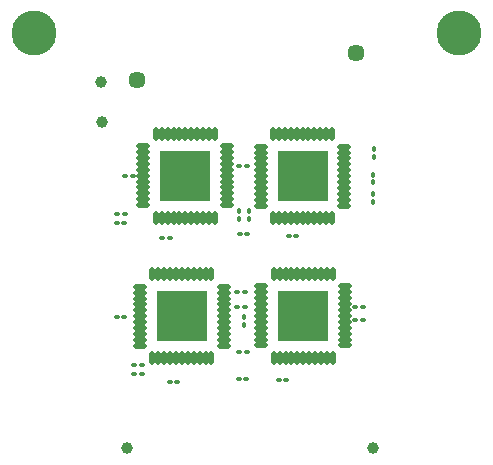
<source format=gbr>
G04 #@! TF.GenerationSoftware,KiCad,Pcbnew,9.0.5*
G04 #@! TF.CreationDate,2025-10-24T14:39:18-07:00*
G04 #@! TF.ProjectId,iris-128b,69726973-2d31-4323-9862-2e6b69636164,rev?*
G04 #@! TF.SameCoordinates,Original*
G04 #@! TF.FileFunction,Soldermask,Bot*
G04 #@! TF.FilePolarity,Negative*
%FSLAX46Y46*%
G04 Gerber Fmt 4.6, Leading zero omitted, Abs format (unit mm)*
G04 Created by KiCad (PCBNEW 9.0.5) date 2025-10-24 14:39:18*
%MOMM*%
%LPD*%
G01*
G04 APERTURE LIST*
G04 Aperture macros list*
%AMRoundRect*
0 Rectangle with rounded corners*
0 $1 Rounding radius*
0 $2 $3 $4 $5 $6 $7 $8 $9 X,Y pos of 4 corners*
0 Add a 4 corners polygon primitive as box body*
4,1,4,$2,$3,$4,$5,$6,$7,$8,$9,$2,$3,0*
0 Add four circle primitives for the rounded corners*
1,1,$1+$1,$2,$3*
1,1,$1+$1,$4,$5*
1,1,$1+$1,$6,$7*
1,1,$1+$1,$8,$9*
0 Add four rect primitives between the rounded corners*
20,1,$1+$1,$2,$3,$4,$5,0*
20,1,$1+$1,$4,$5,$6,$7,0*
20,1,$1+$1,$6,$7,$8,$9,0*
20,1,$1+$1,$8,$9,$2,$3,0*%
G04 Aperture macros list end*
%ADD10C,3.800000*%
%ADD11C,1.000000*%
%ADD12C,1.450000*%
%ADD13RoundRect,0.100000X0.130000X0.100000X-0.130000X0.100000X-0.130000X-0.100000X0.130000X-0.100000X0*%
%ADD14RoundRect,0.100000X0.100000X-0.130000X0.100000X0.130000X-0.100000X0.130000X-0.100000X-0.130000X0*%
%ADD15RoundRect,0.100000X-0.100000X0.130000X-0.100000X-0.130000X0.100000X-0.130000X0.100000X0.130000X0*%
%ADD16RoundRect,0.101600X0.450000X0.125000X-0.450000X0.125000X-0.450000X-0.125000X0.450000X-0.125000X0*%
%ADD17RoundRect,0.101600X0.125000X-0.450000X0.125000X0.450000X-0.125000X0.450000X-0.125000X-0.450000X0*%
%ADD18RoundRect,0.101600X-0.125000X0.450000X-0.125000X-0.450000X0.125000X-0.450000X0.125000X0.450000X0*%
%ADD19RoundRect,0.101600X-0.450000X-0.125000X0.450000X-0.125000X0.450000X0.125000X-0.450000X0.125000X0*%
%ADD20RoundRect,0.101600X2.050000X2.050000X-2.050000X2.050000X-2.050000X-2.050000X2.050000X-2.050000X0*%
%ADD21RoundRect,0.100000X-0.130000X-0.100000X0.130000X-0.100000X0.130000X0.100000X-0.130000X0.100000X0*%
G04 APERTURE END LIST*
D10*
X96650000Y-82485000D03*
D11*
X102380000Y-90030000D03*
X102334060Y-86647020D03*
D10*
X132650000Y-82485000D03*
D12*
X105320000Y-86450000D03*
X123880000Y-84200000D03*
D11*
X104520000Y-117605000D03*
X125370000Y-117605000D03*
D13*
X104300000Y-97808740D03*
X103660000Y-97808740D03*
X105770000Y-110570000D03*
X105130000Y-110570000D03*
X114670000Y-109470000D03*
X114030000Y-109470000D03*
D14*
X113950000Y-98195000D03*
X113950000Y-97555000D03*
D13*
X104995000Y-94575000D03*
X104355000Y-94575000D03*
D15*
X125375000Y-94480000D03*
X125375000Y-95120000D03*
D13*
X114595000Y-111750000D03*
X113955000Y-111750000D03*
D16*
X112998570Y-92043550D03*
X112998570Y-92543550D03*
X112998570Y-93043550D03*
X112998570Y-93543550D03*
X112998570Y-94043550D03*
X112998570Y-94543550D03*
X112998570Y-95043550D03*
X112998570Y-95543550D03*
X112998570Y-96043550D03*
X112998570Y-96543550D03*
X112998570Y-97043550D03*
D17*
X111948570Y-98093550D03*
X111448570Y-98093550D03*
X110948570Y-98093550D03*
D18*
X110448570Y-98093550D03*
D17*
X109948570Y-98093550D03*
X109448570Y-98093550D03*
X108948570Y-98093550D03*
X108448570Y-98093550D03*
X107948570Y-98093550D03*
X107448570Y-98093550D03*
X106948570Y-98093550D03*
D19*
X105898570Y-97043550D03*
X105898570Y-96543550D03*
X105898570Y-96043550D03*
X105898570Y-95543550D03*
X105898570Y-95043550D03*
X105898570Y-94543550D03*
X105898570Y-94043550D03*
X105898570Y-93543550D03*
X105898570Y-93043550D03*
X105898570Y-92543550D03*
X105898570Y-92043550D03*
D18*
X106948570Y-90993550D03*
X107448570Y-90993550D03*
X107948570Y-90993550D03*
X108448570Y-90993550D03*
X108948570Y-90993550D03*
X109448570Y-90993550D03*
X109948570Y-90993550D03*
X110448570Y-90993550D03*
X110948570Y-90993550D03*
X111448570Y-90993550D03*
X111948570Y-90993550D03*
D20*
X109448570Y-94543550D03*
D16*
X112708670Y-103946690D03*
X112708670Y-104446690D03*
X112708670Y-104946690D03*
X112708670Y-105446690D03*
X112708670Y-105946690D03*
X112708670Y-106446690D03*
X112708670Y-106946690D03*
X112708670Y-107446690D03*
X112708670Y-107946690D03*
X112708670Y-108446690D03*
X112708670Y-108946690D03*
D17*
X111658670Y-109996690D03*
X111158670Y-109996690D03*
X110658670Y-109996690D03*
D18*
X110158670Y-109996690D03*
D17*
X109658670Y-109996690D03*
X109158670Y-109996690D03*
X108658670Y-109996690D03*
X108158670Y-109996690D03*
X107658670Y-109996690D03*
X107158670Y-109996690D03*
X106658670Y-109996690D03*
D19*
X105608670Y-108946690D03*
X105608670Y-108446690D03*
X105608670Y-107946690D03*
X105608670Y-107446690D03*
X105608670Y-106946690D03*
X105608670Y-106446690D03*
X105608670Y-105946690D03*
X105608670Y-105446690D03*
X105608670Y-104946690D03*
X105608670Y-104446690D03*
X105608670Y-103946690D03*
D18*
X106658670Y-102896690D03*
X107158670Y-102896690D03*
X107658670Y-102896690D03*
X108158670Y-102896690D03*
X108658670Y-102896690D03*
X109158670Y-102896690D03*
X109658670Y-102896690D03*
X110158670Y-102896690D03*
X110658670Y-102896690D03*
X111158670Y-102896690D03*
X111658670Y-102896690D03*
D20*
X109158670Y-106446690D03*
D21*
X114005000Y-93700000D03*
X114645000Y-93700000D03*
D16*
X122920850Y-92088830D03*
X122920850Y-92588830D03*
X122920850Y-93088830D03*
X122920850Y-93588830D03*
X122920850Y-94088830D03*
X122920850Y-94588830D03*
X122920850Y-95088830D03*
X122920850Y-95588830D03*
X122920850Y-96088830D03*
X122920850Y-96588830D03*
X122920850Y-97088830D03*
D17*
X121870850Y-98138830D03*
X121370850Y-98138830D03*
X120870850Y-98138830D03*
D18*
X120370850Y-98138830D03*
D17*
X119870850Y-98138830D03*
X119370850Y-98138830D03*
X118870850Y-98138830D03*
X118370850Y-98138830D03*
X117870850Y-98138830D03*
X117370850Y-98138830D03*
X116870850Y-98138830D03*
D19*
X115820850Y-97088830D03*
X115820850Y-96588830D03*
X115820850Y-96088830D03*
X115820850Y-95588830D03*
X115820850Y-95088830D03*
X115820850Y-94588830D03*
X115820850Y-94088830D03*
X115820850Y-93588830D03*
X115820850Y-93088830D03*
X115820850Y-92588830D03*
X115820850Y-92088830D03*
D18*
X116870850Y-91038830D03*
X117370850Y-91038830D03*
X117870850Y-91038830D03*
X118370850Y-91038830D03*
X118870850Y-91038830D03*
X119370850Y-91038830D03*
X119870850Y-91038830D03*
X120370850Y-91038830D03*
X120870850Y-91038830D03*
X121370850Y-91038830D03*
X121870850Y-91038830D03*
D20*
X119370850Y-94588830D03*
D13*
X104270000Y-106550000D03*
X103630000Y-106550000D03*
D14*
X114450000Y-107170000D03*
X114450000Y-106530000D03*
D21*
X105120000Y-111380000D03*
X105760000Y-111380000D03*
D13*
X108770000Y-112050000D03*
X108130000Y-112050000D03*
X114673570Y-99443550D03*
X114033570Y-99443550D03*
D21*
X123830000Y-105675000D03*
X124470000Y-105675000D03*
D13*
X118845000Y-99650000D03*
X118205000Y-99650000D03*
X114470000Y-104425000D03*
X113830000Y-104425000D03*
D14*
X114850000Y-98220000D03*
X114850000Y-97580000D03*
D21*
X113830000Y-105650000D03*
X114470000Y-105650000D03*
D15*
X125375000Y-96130000D03*
X125375000Y-96770000D03*
D16*
X122981580Y-103925260D03*
X122981580Y-104425260D03*
X122981580Y-104925260D03*
X122981580Y-105425260D03*
X122981580Y-105925260D03*
X122981580Y-106425260D03*
X122981580Y-106925260D03*
X122981580Y-107425260D03*
X122981580Y-107925260D03*
X122981580Y-108425260D03*
X122981580Y-108925260D03*
D17*
X121931580Y-109975260D03*
X121431580Y-109975260D03*
X120931580Y-109975260D03*
X120431580Y-109975260D03*
X119931580Y-109975260D03*
X119431580Y-109975260D03*
X118931580Y-109975260D03*
X118431580Y-109975260D03*
X117931580Y-109975260D03*
X117431580Y-109975260D03*
X116931580Y-109975260D03*
D19*
X115881580Y-108925260D03*
X115881580Y-108425260D03*
X115881580Y-107925260D03*
X115881580Y-107425260D03*
X115881580Y-106925260D03*
X115881580Y-106425260D03*
X115881580Y-105925260D03*
X115881580Y-105425260D03*
X115881580Y-104925260D03*
X115881580Y-104425260D03*
X115881580Y-103925260D03*
D18*
X116931580Y-102875260D03*
X117431580Y-102875260D03*
X117931580Y-102875260D03*
X118431580Y-102875260D03*
X118931580Y-102875260D03*
X119431580Y-102875260D03*
X119931580Y-102875260D03*
X120431580Y-102875260D03*
X120931580Y-102875260D03*
X121431580Y-102875260D03*
X121931580Y-102875260D03*
D20*
X119431580Y-106425260D03*
D21*
X123830000Y-106800000D03*
X124470000Y-106800000D03*
D15*
X125425000Y-92305000D03*
X125425000Y-92945000D03*
D13*
X117979970Y-111856150D03*
X117339970Y-111856150D03*
X104295000Y-98558740D03*
X103655000Y-98558740D03*
X108108030Y-99832870D03*
X107468030Y-99832870D03*
M02*

</source>
